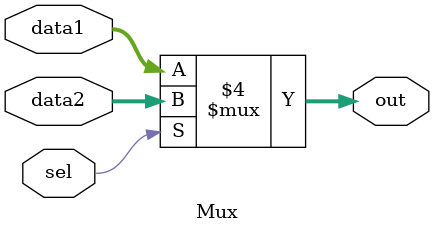
<source format=v>
`timescale 1ns / 1ps


module Mux(
    input sel,
    input [31:0]data1,
    input [31:0]data2,
    output reg [31:0] out
    );
    
    always @ (data1 or data2)
    begin
        if(sel == 0)
            out = data1;
        else
            out = data2;
    end
endmodule

</source>
